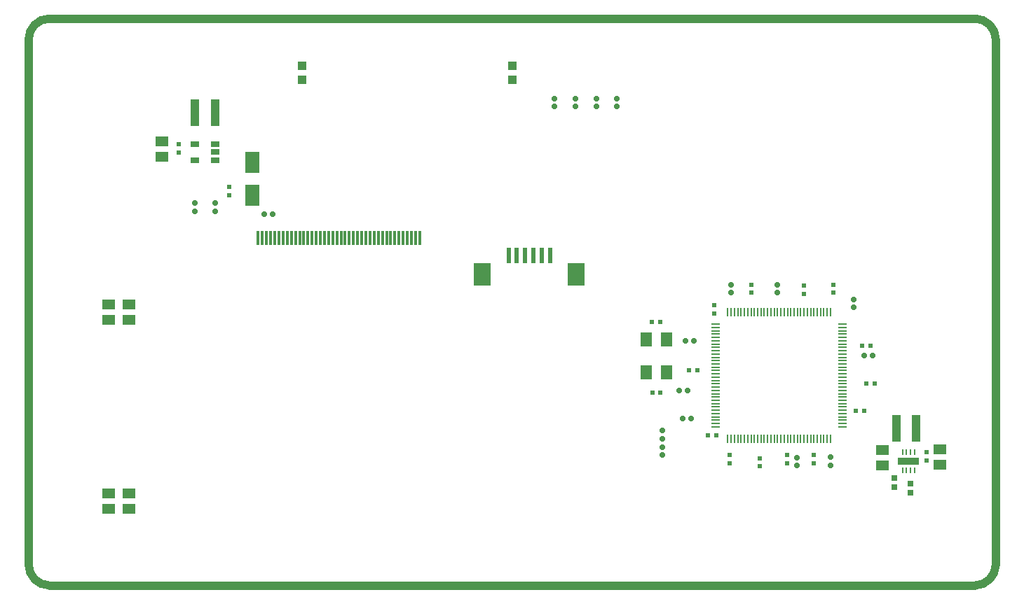
<source format=gbp>
%FSLAX24Y24*%
%MOIN*%
G70*
G01*
G75*
G04 Layer_Color=128*
%ADD10C,0.0060*%
%ADD11C,0.0150*%
%ADD12C,0.0394*%
%ADD13C,0.0591*%
%ADD14C,0.0600*%
%ADD15C,0.0240*%
%ADD16C,0.0400*%
%ADD17C,0.0640*%
G04:AMPARAMS|DCode=18|XSize=80mil|YSize=80mil|CornerRadius=0mil|HoleSize=0mil|Usage=FLASHONLY|Rotation=0.000|XOffset=0mil|YOffset=0mil|HoleType=Round|Shape=Relief|Width=8mil|Gap=10mil|Entries=4|*
%AMTHD18*
7,0,0,0.0800,0.0600,0.0080,45*
%
%ADD18THD18*%
%ADD19C,0.1490*%
%ADD20C,0.0340*%
G04:AMPARAMS|DCode=21|XSize=50mil|YSize=50mil|CornerRadius=0mil|HoleSize=0mil|Usage=FLASHONLY|Rotation=0.000|XOffset=0mil|YOffset=0mil|HoleType=Round|Shape=Relief|Width=8mil|Gap=10mil|Entries=4|*
%AMTHD21*
7,0,0,0.0500,0.0300,0.0080,45*
%
%ADD21THD21*%
%ADD22R,0.0551X0.0709*%
G04:AMPARAMS|DCode=23|XSize=25.6mil|YSize=23.6mil|CornerRadius=5.9mil|HoleSize=0mil|Usage=FLASHONLY|Rotation=180.000|XOffset=0mil|YOffset=0mil|HoleType=Round|Shape=RoundedRectangle|*
%AMROUNDEDRECTD23*
21,1,0.0256,0.0118,0,0,180.0*
21,1,0.0138,0.0236,0,0,180.0*
1,1,0.0118,-0.0069,0.0059*
1,1,0.0118,0.0069,0.0059*
1,1,0.0118,0.0069,-0.0059*
1,1,0.0118,-0.0069,-0.0059*
%
%ADD23ROUNDEDRECTD23*%
%ADD24R,0.0984X0.0354*%
%ADD25R,0.0098X0.0315*%
%ADD26R,0.0236X0.0748*%
%ADD27R,0.0827X0.1102*%
%ADD28R,0.0433X0.0256*%
%ADD29R,0.0433X0.0097*%
%ADD30R,0.0433X0.0097*%
%ADD31R,0.0097X0.0433*%
%ADD32R,0.0433X0.1260*%
%ADD33R,0.0138X0.0709*%
%ADD34R,0.0126X0.0709*%
%ADD35R,0.0394X0.0433*%
%ADD36R,0.0256X0.0295*%
%ADD37R,0.0669X0.0984*%
%ADD38R,0.0591X0.0512*%
%ADD39R,0.0236X0.0197*%
G04:AMPARAMS|DCode=40|XSize=25.6mil|YSize=23.6mil|CornerRadius=5.9mil|HoleSize=0mil|Usage=FLASHONLY|Rotation=270.000|XOffset=0mil|YOffset=0mil|HoleType=Round|Shape=RoundedRectangle|*
%AMROUNDEDRECTD40*
21,1,0.0256,0.0118,0,0,270.0*
21,1,0.0138,0.0236,0,0,270.0*
1,1,0.0118,-0.0059,-0.0069*
1,1,0.0118,-0.0059,0.0069*
1,1,0.0118,0.0059,0.0069*
1,1,0.0118,0.0059,-0.0069*
%
%ADD40ROUNDEDRECTD40*%
%ADD41R,0.0197X0.0236*%
%ADD42C,0.0100*%
%ADD43C,0.0120*%
%ADD44C,0.0200*%
%ADD45C,0.0140*%
%ADD46C,0.0651*%
%ADD47C,0.0030*%
%ADD48C,0.0660*%
%ADD49R,0.0611X0.0769*%
G04:AMPARAMS|DCode=50|XSize=31.6mil|YSize=29.6mil|CornerRadius=8.9mil|HoleSize=0mil|Usage=FLASHONLY|Rotation=180.000|XOffset=0mil|YOffset=0mil|HoleType=Round|Shape=RoundedRectangle|*
%AMROUNDEDRECTD50*
21,1,0.0316,0.0118,0,0,180.0*
21,1,0.0138,0.0296,0,0,180.0*
1,1,0.0178,-0.0069,0.0059*
1,1,0.0178,0.0069,0.0059*
1,1,0.0178,0.0069,-0.0059*
1,1,0.0178,-0.0069,-0.0059*
%
%ADD50ROUNDEDRECTD50*%
%ADD51R,0.1039X0.0409*%
%ADD52R,0.0154X0.0370*%
%ADD53R,0.0296X0.0808*%
%ADD54R,0.0887X0.1162*%
%ADD55R,0.0493X0.0316*%
%ADD56R,0.0473X0.0137*%
%ADD57R,0.0473X0.0137*%
%ADD58R,0.0137X0.0473*%
%ADD59R,0.0493X0.1320*%
%ADD60R,0.0185X0.0756*%
%ADD61R,0.0173X0.0756*%
%ADD62R,0.0454X0.0493*%
%ADD63R,0.0316X0.0355*%
%ADD64R,0.0729X0.1044*%
%ADD65R,0.0651X0.0572*%
%ADD66R,0.0296X0.0257*%
G04:AMPARAMS|DCode=67|XSize=31.6mil|YSize=29.6mil|CornerRadius=8.9mil|HoleSize=0mil|Usage=FLASHONLY|Rotation=270.000|XOffset=0mil|YOffset=0mil|HoleType=Round|Shape=RoundedRectangle|*
%AMROUNDEDRECTD67*
21,1,0.0316,0.0118,0,0,270.0*
21,1,0.0138,0.0296,0,0,270.0*
1,1,0.0178,-0.0059,-0.0069*
1,1,0.0178,-0.0059,0.0069*
1,1,0.0178,0.0059,0.0069*
1,1,0.0178,0.0059,-0.0069*
%
%ADD67ROUNDEDRECTD67*%
%ADD68R,0.0257X0.0296*%
%ADD69C,0.0300*%
D12*
X0Y1000D02*
G03*
X1000Y0I1000J0D01*
G01*
X1000Y27000D02*
G03*
X0Y26000I0J-1000D01*
G01*
X45000Y0D02*
G03*
X46000Y1000I0J1000D01*
G01*
X46001Y26000D02*
G03*
X45001Y27000I-1000J0D01*
G01*
X1000Y0D02*
X45000Y0D01*
X0Y1000D02*
X0Y26000D01*
X46000Y1000D02*
X46000Y26000D01*
X1000Y27000D02*
X45001Y27000D01*
D22*
X29385Y10142D02*
D03*
X30330Y10142D02*
D03*
X30330Y11717D02*
D03*
X29385Y11717D02*
D03*
D23*
X25000Y23200D02*
D03*
X25000Y22806D02*
D03*
X35606Y14331D02*
D03*
X35606Y13937D02*
D03*
X38141Y5732D02*
D03*
X38141Y6126D02*
D03*
X36530Y5706D02*
D03*
X36530Y6100D02*
D03*
X33401Y14331D02*
D03*
X33401Y13937D02*
D03*
X39243Y13632D02*
D03*
X39243Y13239D02*
D03*
X30130Y7387D02*
D03*
X30130Y6994D02*
D03*
X30130Y6600D02*
D03*
X30130Y6206D02*
D03*
X7920Y18210D02*
D03*
X7920Y17816D02*
D03*
X8865Y18210D02*
D03*
X8865Y17816D02*
D03*
X27990Y22806D02*
D03*
X27990Y23200D02*
D03*
X27000Y22806D02*
D03*
X27000Y23200D02*
D03*
X26000Y22806D02*
D03*
X26000Y23200D02*
D03*
D24*
X41857Y5906D02*
D03*
D25*
X42153Y6339D02*
D03*
X41956Y6339D02*
D03*
X41759Y6339D02*
D03*
X41562Y6339D02*
D03*
X41562Y5472D02*
D03*
X41759Y5472D02*
D03*
X41956Y5472D02*
D03*
X42153Y5472D02*
D03*
D26*
X22832Y15727D02*
D03*
X23226Y15727D02*
D03*
X23620Y15727D02*
D03*
X24013Y15727D02*
D03*
X24407Y15727D02*
D03*
X24801Y15727D02*
D03*
D27*
X21592Y14802D02*
D03*
X26041Y14802D02*
D03*
D28*
X8865Y21009D02*
D03*
X8865Y20635D02*
D03*
X8865Y20261D02*
D03*
X7920Y20261D02*
D03*
X7920Y21009D02*
D03*
D29*
X32688Y7559D02*
D03*
D30*
X32688Y7717D02*
D03*
X32688Y7874D02*
D03*
X32688Y8031D02*
D03*
X32688Y8189D02*
D03*
X32688Y8346D02*
D03*
X32688Y8504D02*
D03*
X32688Y8661D02*
D03*
X32688Y8819D02*
D03*
X32688Y8976D02*
D03*
X32688Y9134D02*
D03*
X32688Y9291D02*
D03*
X32688Y9449D02*
D03*
X32688Y9606D02*
D03*
X32688Y9764D02*
D03*
X32688Y9921D02*
D03*
X32688Y10079D02*
D03*
X32688Y10236D02*
D03*
X32688Y10394D02*
D03*
X32688Y10551D02*
D03*
X32688Y10709D02*
D03*
X32688Y10866D02*
D03*
X32688Y11024D02*
D03*
X32688Y11181D02*
D03*
X32688Y11339D02*
D03*
X32688Y11496D02*
D03*
X32688Y11654D02*
D03*
X32688Y11811D02*
D03*
X32688Y11968D02*
D03*
X32688Y12126D02*
D03*
X32688Y12283D02*
D03*
X32688Y12441D02*
D03*
X38712Y12441D02*
D03*
X38712Y12283D02*
D03*
X38712Y12126D02*
D03*
X38712Y11968D02*
D03*
X38712Y11811D02*
D03*
X38712Y11654D02*
D03*
X38712Y11496D02*
D03*
X38712Y11339D02*
D03*
X38712Y11181D02*
D03*
X38712Y11024D02*
D03*
X38712Y10866D02*
D03*
X38712Y10709D02*
D03*
X38712Y10551D02*
D03*
X38712Y10394D02*
D03*
X38712Y10236D02*
D03*
X38712Y10079D02*
D03*
X38712Y9921D02*
D03*
X38712Y9764D02*
D03*
X38712Y9606D02*
D03*
X38712Y9449D02*
D03*
X38712Y9291D02*
D03*
X38712Y9134D02*
D03*
X38712Y8976D02*
D03*
X38712Y8819D02*
D03*
X38712Y8661D02*
D03*
X38712Y8504D02*
D03*
X38712Y8346D02*
D03*
X38712Y8189D02*
D03*
X38712Y8031D02*
D03*
X38712Y7874D02*
D03*
X38712Y7717D02*
D03*
X38712Y7559D02*
D03*
D31*
X33259Y13012D02*
D03*
X33417Y13012D02*
D03*
X33574Y13012D02*
D03*
X33732Y13012D02*
D03*
X33889Y13012D02*
D03*
X34046Y13012D02*
D03*
X34204Y13012D02*
D03*
X34361Y13012D02*
D03*
X34519Y13012D02*
D03*
X34676Y13012D02*
D03*
X34834Y13012D02*
D03*
X34991Y13012D02*
D03*
X35149Y13012D02*
D03*
X35306Y13012D02*
D03*
X35464Y13012D02*
D03*
X35621Y13012D02*
D03*
X35779Y13012D02*
D03*
X35936Y13012D02*
D03*
X36094Y13012D02*
D03*
X36251Y13012D02*
D03*
X36409Y13012D02*
D03*
X36566Y13012D02*
D03*
X36724Y13012D02*
D03*
X36881Y13012D02*
D03*
X37039Y13012D02*
D03*
X37196Y13012D02*
D03*
X37354Y13012D02*
D03*
X37511Y13012D02*
D03*
X37668Y13012D02*
D03*
X37826Y13012D02*
D03*
X37983Y13012D02*
D03*
X38141Y13012D02*
D03*
X38141Y6988D02*
D03*
X37983Y6988D02*
D03*
X37826Y6988D02*
D03*
X37668Y6988D02*
D03*
X37511Y6988D02*
D03*
X37354Y6988D02*
D03*
X37196Y6988D02*
D03*
X37039Y6988D02*
D03*
X36881Y6988D02*
D03*
X36724Y6988D02*
D03*
X36566Y6988D02*
D03*
X36409Y6988D02*
D03*
X36251Y6988D02*
D03*
X36094Y6988D02*
D03*
X35936Y6988D02*
D03*
X35779Y6988D02*
D03*
X35621Y6988D02*
D03*
X35464Y6988D02*
D03*
X35306Y6988D02*
D03*
X35149Y6988D02*
D03*
X34991Y6988D02*
D03*
X34834Y6988D02*
D03*
X34676Y6988D02*
D03*
X34519Y6988D02*
D03*
X34361Y6988D02*
D03*
X34204Y6988D02*
D03*
X34046Y6988D02*
D03*
X33889Y6988D02*
D03*
X33732Y6988D02*
D03*
X33574Y6988D02*
D03*
X33417Y6988D02*
D03*
X33259Y6988D02*
D03*
D32*
X8865Y22525D02*
D03*
X7920Y22525D02*
D03*
X41273Y7480D02*
D03*
X42218Y7480D02*
D03*
D33*
X18602Y16535D02*
D03*
X18406Y16535D02*
D03*
X18209Y16535D02*
D03*
X18012Y16535D02*
D03*
X17815Y16535D02*
D03*
X17618Y16535D02*
D03*
X17421Y16535D02*
D03*
X17224Y16535D02*
D03*
X17028Y16535D02*
D03*
X16831Y16535D02*
D03*
X16634Y16535D02*
D03*
X16437Y16535D02*
D03*
X16240Y16535D02*
D03*
X16043Y16535D02*
D03*
X15846Y16535D02*
D03*
X15650Y16535D02*
D03*
X15453Y16535D02*
D03*
X15256Y16535D02*
D03*
X15059Y16535D02*
D03*
X14862Y16535D02*
D03*
X14665Y16535D02*
D03*
X14468Y16535D02*
D03*
X14272Y16535D02*
D03*
X14075Y16535D02*
D03*
X13878Y16535D02*
D03*
X13681Y16535D02*
D03*
X13484Y16535D02*
D03*
X13287Y16535D02*
D03*
X13091Y16535D02*
D03*
X12894Y16535D02*
D03*
X12697Y16535D02*
D03*
X12500Y16535D02*
D03*
X12303Y16535D02*
D03*
X12106Y16535D02*
D03*
X10925Y16535D02*
D03*
D34*
X11909Y16535D02*
D03*
X11713Y16535D02*
D03*
X11516Y16535D02*
D03*
X11319Y16535D02*
D03*
X11122Y16535D02*
D03*
D35*
X13000Y24081D02*
D03*
X13000Y24750D02*
D03*
X23000Y24081D02*
D03*
X23000Y24750D02*
D03*
D36*
X41956Y4410D02*
D03*
X41956Y4843D02*
D03*
X41185Y5102D02*
D03*
X41185Y4669D02*
D03*
D37*
X10629Y20165D02*
D03*
X10629Y18590D02*
D03*
D38*
X6346Y20419D02*
D03*
X6346Y21167D02*
D03*
X3819Y13398D02*
D03*
X3819Y12650D02*
D03*
X4764Y13398D02*
D03*
X4764Y12650D02*
D03*
X3819Y4390D02*
D03*
X3819Y3642D02*
D03*
X4764Y4390D02*
D03*
X4764Y3642D02*
D03*
X43355Y5752D02*
D03*
X43355Y6500D02*
D03*
X40605Y5711D02*
D03*
X40605Y6459D02*
D03*
D39*
X9558Y18590D02*
D03*
X9558Y18984D02*
D03*
X32613Y12961D02*
D03*
X32613Y13354D02*
D03*
X34361Y13937D02*
D03*
X34361Y14331D02*
D03*
X36881Y13898D02*
D03*
X36881Y14291D02*
D03*
X33354Y6220D02*
D03*
X33354Y5827D02*
D03*
X34787Y6063D02*
D03*
X34787Y5669D02*
D03*
X36078Y6220D02*
D03*
X36078Y5827D02*
D03*
X37354Y6220D02*
D03*
X37354Y5827D02*
D03*
X38283Y13937D02*
D03*
X38283Y14331D02*
D03*
X42725Y6336D02*
D03*
X42725Y5942D02*
D03*
X7133Y21021D02*
D03*
X7133Y20627D02*
D03*
D40*
X31256Y11654D02*
D03*
X31650Y11654D02*
D03*
X11201Y17679D02*
D03*
X11594Y17679D02*
D03*
X31106Y7953D02*
D03*
X31500Y7953D02*
D03*
X30956Y9300D02*
D03*
X31350Y9300D02*
D03*
X40144Y10945D02*
D03*
X39750Y10945D02*
D03*
D41*
X29661Y9197D02*
D03*
X30054Y9197D02*
D03*
X30047Y12550D02*
D03*
X29653Y12550D02*
D03*
X39637Y11417D02*
D03*
X40031Y11417D02*
D03*
X32708Y7165D02*
D03*
X32314Y7165D02*
D03*
X39850Y9620D02*
D03*
X40244Y9620D02*
D03*
X39354Y8315D02*
D03*
X39747Y8315D02*
D03*
X31794Y10236D02*
D03*
X31401Y10236D02*
D03*
M02*

</source>
